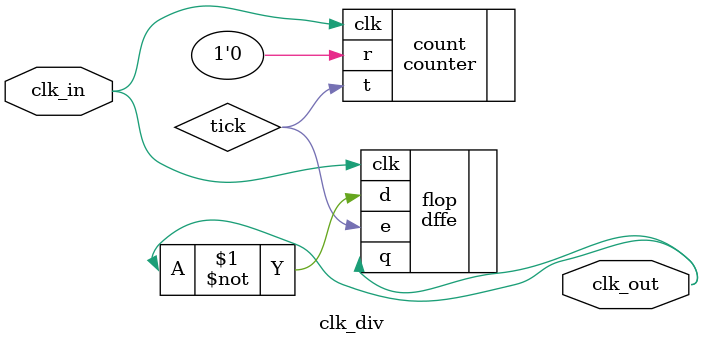
<source format=sv>
module clk_div #(parameter CLK_IN=48_000_000, parameter CLK_OUT=24_000_000, parameter MULT=1) (
	input logic clk_in,
	output logic clk_out
);

	logic tick;
	dffe flop (
		.clk(clk_in),
		.d(~clk_out),
		.q(clk_out),
		.e(tick)
	);

	localparam AMOUNT = CLK_IN / CLK_OUT / 2 * MULT;

	counter #(AMOUNT) count (
		.clk(clk_in),
		.r(1'b0),
		.t(tick)
	);

endmodule

</source>
